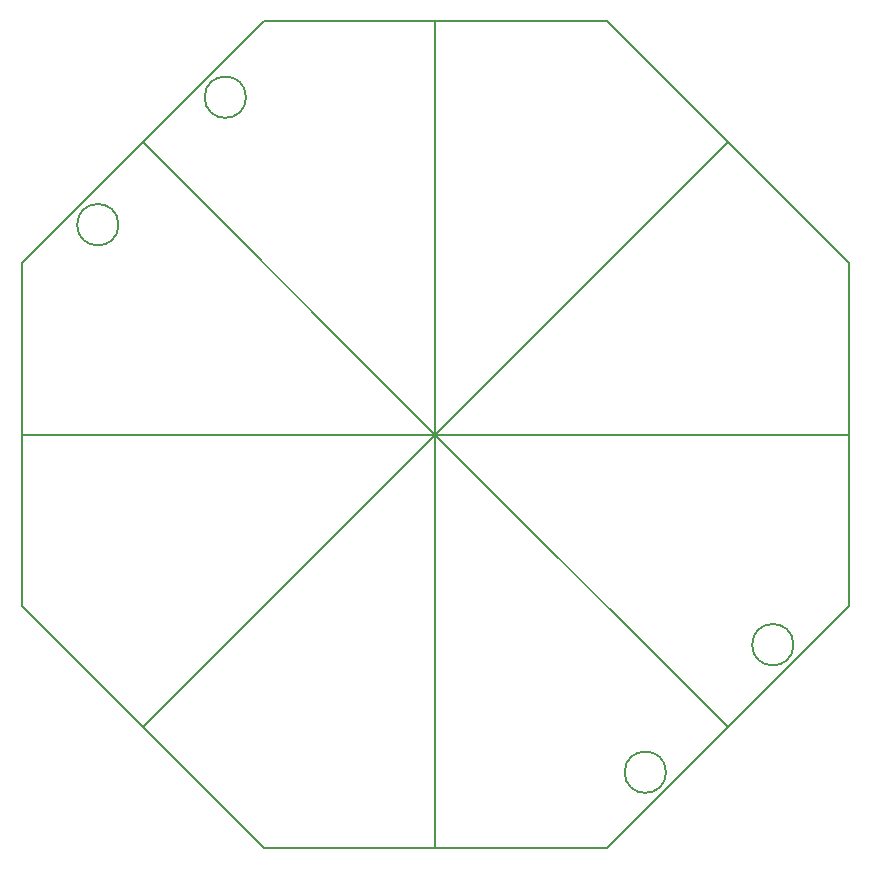
<source format=gbr>
G04 #@! TF.FileFunction,Other,Comment*
%FSLAX46Y46*%
G04 Gerber Fmt 4.6, Leading zero omitted, Abs format (unit mm)*
G04 Created by KiCad (PCBNEW 4.0.6-e0-6349~53~ubuntu14.04.1) date Fri Mar 31 13:46:59 2017*
%MOMM*%
%LPD*%
G01*
G04 APERTURE LIST*
%ADD10C,0.100000*%
%ADD11C,0.200000*%
%ADD12C,0.150000*%
G04 APERTURE END LIST*
D10*
D11*
X0Y0D02*
X35000000Y0D01*
X0Y0D02*
X-34925000Y0D01*
X0Y0D02*
X-24765000Y-24765000D01*
X0Y0D02*
X0Y-34925000D01*
X0Y0D02*
X24765000Y-24765000D01*
X0Y0D02*
X24765000Y24765000D01*
X14500000Y35000000D02*
X-14500000Y35000000D01*
X35000000Y14500000D02*
X14500000Y35000000D01*
X35000000Y-14500000D02*
X35000000Y14500000D01*
X14500000Y-35000000D02*
X35000000Y-14500000D01*
X-14500000Y-35000000D02*
X14500000Y-35000000D01*
X-35000000Y-14500000D02*
X-14500000Y-35000000D01*
X-35000000Y14500000D02*
X-35000000Y-14500000D01*
X-14500000Y35000000D02*
X-35000000Y14500000D01*
X0Y0D02*
X-24750000Y24750000D01*
X0Y0D02*
X0Y35000000D01*
D12*
X30325000Y-17780000D02*
G75*
G03X30325000Y-17780000I-1750000J0D01*
G01*
X-26825000Y17780000D02*
G75*
G03X-26825000Y17780000I-1750000J0D01*
G01*
X19530000Y-28575000D02*
G75*
G03X19530000Y-28575000I-1750000J0D01*
G01*
X-16030000Y28575000D02*
G75*
G03X-16030000Y28575000I-1750000J0D01*
G01*
M02*

</source>
